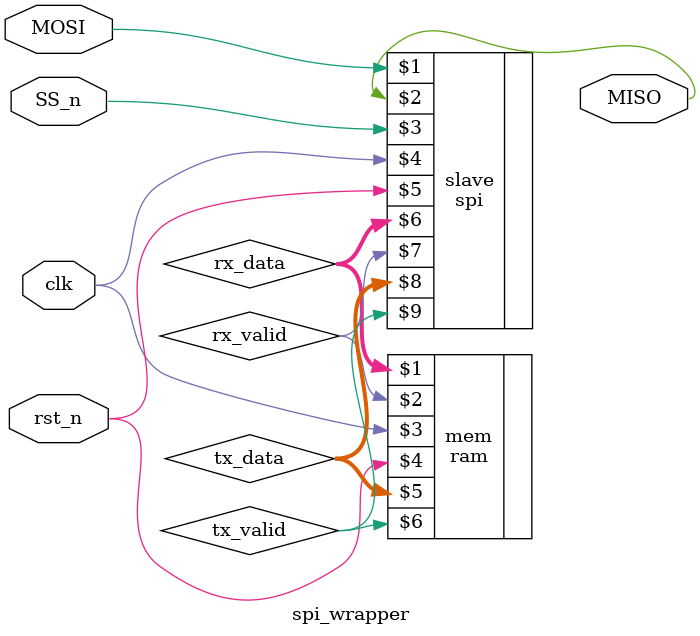
<source format=v>
module spi_wrapper (MOSI,MISO,SS_n,clk,rst_n);
input MOSI,SS_n,clk,rst_n;
output MISO ;
wire [9:0] rx_data;
wire rx_valid,tx_valid;
wire [7:0] tx_data ;
spi slave (MOSI,MISO,SS_n,clk,rst_n,rx_data,rx_valid,tx_data,tx_valid);
ram mem (rx_data,rx_valid,clk,rst_n,tx_data,tx_valid);

    
endmodule

</source>
